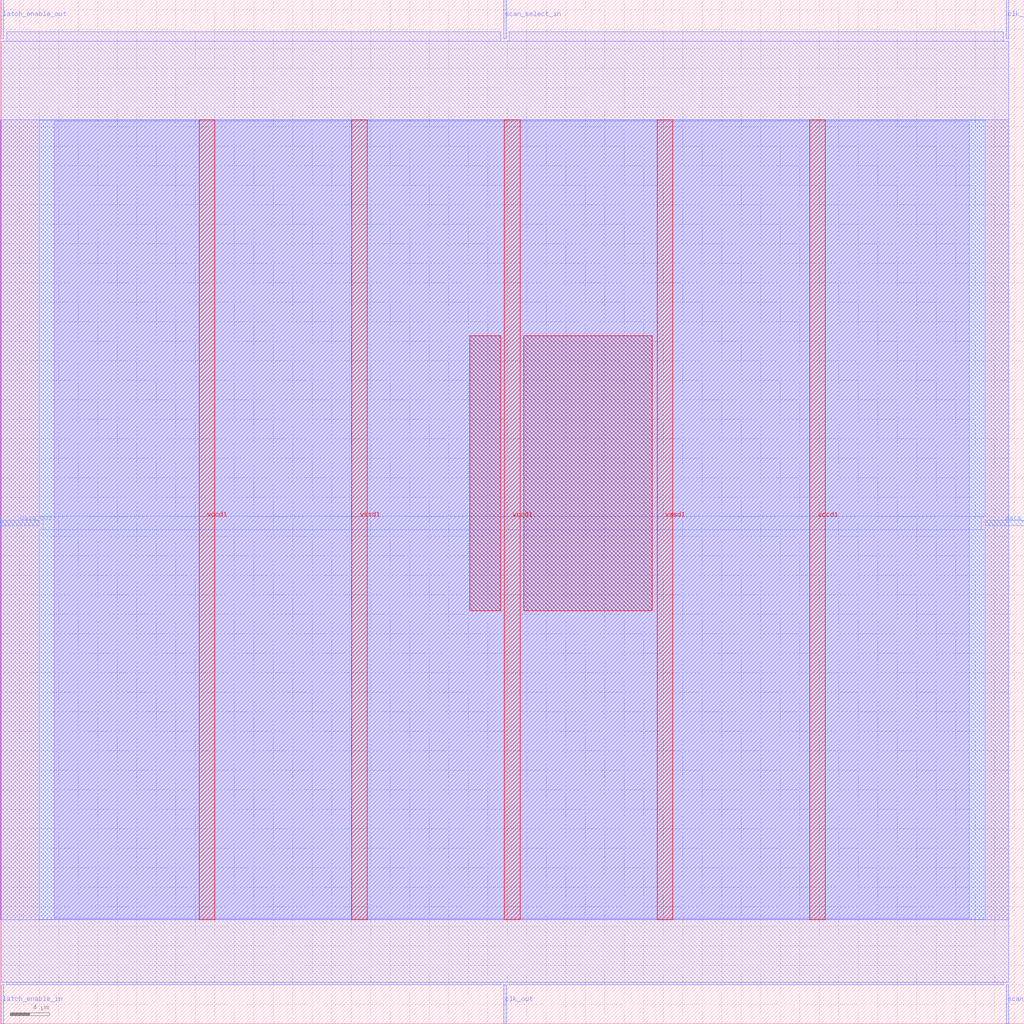
<source format=lef>
VERSION 5.7 ;
  NOWIREEXTENSIONATPIN ON ;
  DIVIDERCHAR "/" ;
  BUSBITCHARS "[]" ;
MACRO scan_wrapper_341178296293130834
  CLASS BLOCK ;
  FOREIGN scan_wrapper_341178296293130834 ;
  ORIGIN 0.000 0.000 ;
  SIZE 105.000 BY 105.000 ;
  PIN clk_in
    DIRECTION INPUT ;
    USE SIGNAL ;
    PORT
      LAYER met2 ;
        RECT 103.130 101.000 103.410 105.000 ;
    END
  END clk_in
  PIN clk_out
    DIRECTION OUTPUT TRISTATE ;
    USE SIGNAL ;
    PORT
      LAYER met2 ;
        RECT 51.610 0.000 51.890 4.000 ;
    END
  END clk_out
  PIN data_in
    DIRECTION INPUT ;
    USE SIGNAL ;
    PORT
      LAYER met3 ;
        RECT 101.000 51.040 105.000 51.640 ;
    END
  END data_in
  PIN data_out
    DIRECTION OUTPUT TRISTATE ;
    USE SIGNAL ;
    PORT
      LAYER met3 ;
        RECT 0.000 51.040 4.000 51.640 ;
    END
  END data_out
  PIN latch_enable_in
    DIRECTION INPUT ;
    USE SIGNAL ;
    PORT
      LAYER met2 ;
        RECT 0.090 0.000 0.370 4.000 ;
    END
  END latch_enable_in
  PIN latch_enable_out
    DIRECTION OUTPUT TRISTATE ;
    USE SIGNAL ;
    PORT
      LAYER met2 ;
        RECT 0.090 101.000 0.370 105.000 ;
    END
  END latch_enable_out
  PIN scan_select_in
    DIRECTION INPUT ;
    USE SIGNAL ;
    PORT
      LAYER met2 ;
        RECT 51.610 101.000 51.890 105.000 ;
    END
  END scan_select_in
  PIN scan_select_out
    DIRECTION OUTPUT TRISTATE ;
    USE SIGNAL ;
    PORT
      LAYER met2 ;
        RECT 103.130 0.000 103.410 4.000 ;
    END
  END scan_select_out
  PIN vccd1
    DIRECTION INPUT ;
    USE POWER ;
    PORT
      LAYER met4 ;
        RECT 20.380 10.640 21.980 92.720 ;
    END
    PORT
      LAYER met4 ;
        RECT 51.700 10.640 53.300 92.720 ;
    END
    PORT
      LAYER met4 ;
        RECT 83.020 10.640 84.620 92.720 ;
    END
  END vccd1
  PIN vssd1
    DIRECTION INPUT ;
    USE GROUND ;
    PORT
      LAYER met4 ;
        RECT 36.040 10.640 37.640 92.720 ;
    END
    PORT
      LAYER met4 ;
        RECT 67.360 10.640 68.960 92.720 ;
    END
  END vssd1
  OBS
      LAYER li1 ;
        RECT 5.520 10.795 99.360 92.565 ;
      LAYER met1 ;
        RECT 0.070 10.640 103.430 92.720 ;
      LAYER met2 ;
        RECT 0.650 100.720 51.330 101.730 ;
        RECT 52.170 100.720 102.850 101.730 ;
        RECT 0.100 4.280 103.400 100.720 ;
        RECT 0.650 4.000 51.330 4.280 ;
        RECT 52.170 4.000 102.850 4.280 ;
      LAYER met3 ;
        RECT 4.000 52.040 101.000 92.645 ;
        RECT 4.400 50.640 100.600 52.040 ;
        RECT 4.000 10.715 101.000 50.640 ;
      LAYER met4 ;
        RECT 48.135 42.335 51.300 70.545 ;
        RECT 53.700 42.335 66.865 70.545 ;
  END
END scan_wrapper_341178296293130834
END LIBRARY


</source>
